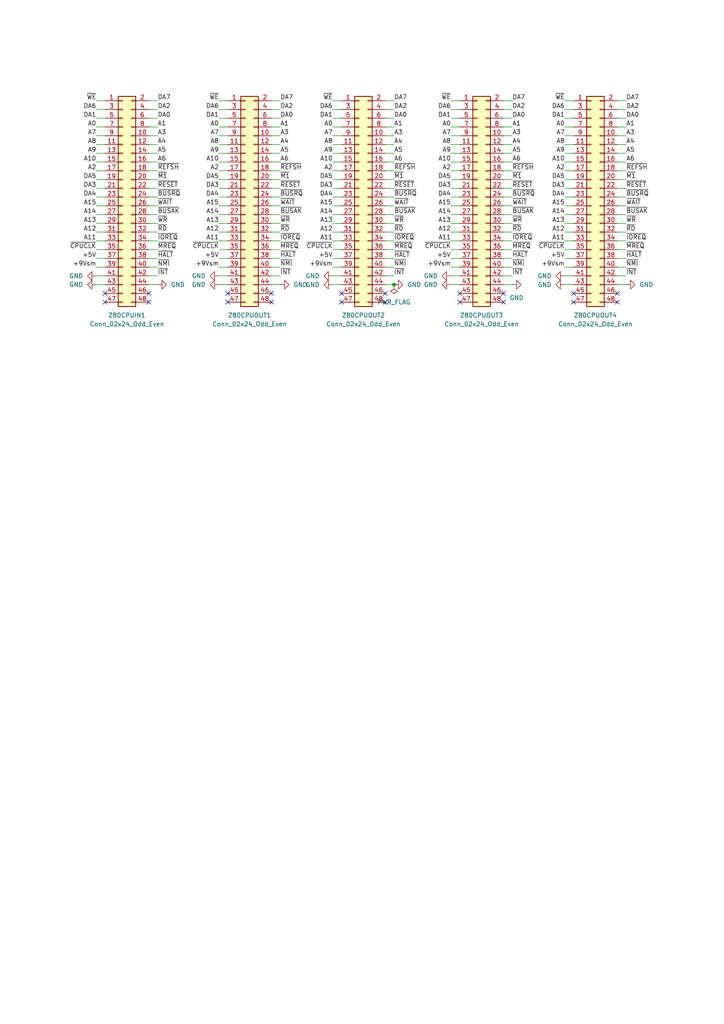
<source format=kicad_sch>
(kicad_sch (version 20211123) (generator eeschema)
  (paper "A4" portrait)
  (title_block (title "JupiterAceZ180") (date "2019-09-14") (rev "Alpha") (company "Ontobus") (comment 1 "John Bradley") (comment 2 "https://creativecommons.org/licenses/by-nc-sa/4.0/") (comment 3 "Attribution-NonCommercial-ShareAlike 4.0 International License.") (comment 4 "This work is licensed under a Creative Commons "))
  (lib_symbols
    (symbol "Connector_Generic:Conn_02x24_Odd_Even" (pin_names (offset 1.016) hide)
      (property "Reference" "J" (at 1.27 30.48 0))
      (property "Value" "Conn_02x24_Odd_Even" (at 1.27 -33.02 0))
      (symbol "Conn_02x24_Odd_Even_1_1"
        (rectangle (start -1.27 -30.353) (end 0 -30.607) (stroke (width 0.1524)))
        (rectangle (start -1.27 -27.813) (end 0 -28.067) (stroke (width 0.1524)))
        (rectangle (start -1.27 -25.273) (end 0 -25.527) (stroke (width 0.1524)))
        (rectangle (start -1.27 -22.733) (end 0 -22.987) (stroke (width 0.1524)))
        (rectangle (start -1.27 -20.193) (end 0 -20.447) (stroke (width 0.1524)))
        (rectangle (start -1.27 -17.653) (end 0 -17.907) (stroke (width 0.1524)))
        (rectangle (start -1.27 -15.113) (end 0 -15.367) (stroke (width 0.1524)))
        (rectangle (start -1.27 -12.573) (end 0 -12.827) (stroke (width 0.1524)))
        (rectangle (start -1.27 -10.033) (end 0 -10.287) (stroke (width 0.1524)))
        (rectangle (start -1.27 -7.493) (end 0 -7.747) (stroke (width 0.1524)))
        (rectangle (start -1.27 -4.953) (end 0 -5.207) (stroke (width 0.1524)))
        (rectangle (start -1.27 -2.413) (end 0 -2.667) (stroke (width 0.1524)))
        (rectangle (start -1.27 0.127) (end 0 -0.127) (stroke (width 0.1524)))
        (rectangle (start -1.27 2.667) (end 0 2.413) (stroke (width 0.1524)))
        (rectangle (start -1.27 5.207) (end 0 4.953) (stroke (width 0.1524)))
        (rectangle (start -1.27 7.747) (end 0 7.493) (stroke (width 0.1524)))
        (rectangle (start -1.27 10.287) (end 0 10.033) (stroke (width 0.1524)))
        (rectangle (start -1.27 12.827) (end 0 12.573) (stroke (width 0.1524)))
        (rectangle (start -1.27 15.367) (end 0 15.113) (stroke (width 0.1524)))
        (rectangle (start -1.27 17.907) (end 0 17.653) (stroke (width 0.1524)))
        (rectangle (start -1.27 20.447) (end 0 20.193) (stroke (width 0.1524)))
        (rectangle (start -1.27 22.987) (end 0 22.733) (stroke (width 0.1524)))
        (rectangle (start -1.27 25.527) (end 0 25.273) (stroke (width 0.1524)))
        (rectangle (start -1.27 28.067) (end 0 27.813) (stroke (width 0.1524)))
        (rectangle (start -1.27 29.21) (end 3.81 -31.75) (stroke (width 0.254)) (fill (type background)))
        (rectangle (start 3.81 -30.353) (end 2.54 -30.607) (stroke (width 0.1524)))
        (rectangle (start 3.81 -27.813) (end 2.54 -28.067) (stroke (width 0.1524)))
        (rectangle (start 3.81 -25.273) (end 2.54 -25.527) (stroke (width 0.1524)))
        (rectangle (start 3.81 -22.733) (end 2.54 -22.987) (stroke (width 0.1524)))
        (rectangle (start 3.81 -20.193) (end 2.54 -20.447) (stroke (width 0.1524)))
        (rectangle (start 3.81 -17.653) (end 2.54 -17.907) (stroke (width 0.1524)))
        (rectangle (start 3.81 -15.113) (end 2.54 -15.367) (stroke (width 0.1524)))
        (rectangle (start 3.81 -12.573) (end 2.54 -12.827) (stroke (width 0.1524)))
        (rectangle (start 3.81 -10.033) (end 2.54 -10.287) (stroke (width 0.1524)))
        (rectangle (start 3.81 -7.493) (end 2.54 -7.747) (stroke (width 0.1524)))
        (rectangle (start 3.81 -4.953) (end 2.54 -5.207) (stroke (width 0.1524)))
        (rectangle (start 3.81 -2.413) (end 2.54 -2.667) (stroke (width 0.1524)))
        (rectangle (start 3.81 0.127) (end 2.54 -0.127) (stroke (width 0.1524)))
        (rectangle (start 3.81 2.667) (end 2.54 2.413) (stroke (width 0.1524)))
        (rectangle (start 3.81 5.207) (end 2.54 4.953) (stroke (width 0.1524)))
        (rectangle (start 3.81 7.747) (end 2.54 7.493) (stroke (width 0.1524)))
        (rectangle (start 3.81 10.287) (end 2.54 10.033) (stroke (width 0.1524)))
        (rectangle (start 3.81 12.827) (end 2.54 12.573) (stroke (width 0.1524)))
        (rectangle (start 3.81 15.367) (end 2.54 15.113) (stroke (width 0.1524)))
        (rectangle (start 3.81 17.907) (end 2.54 17.653) (stroke (width 0.1524)))
        (rectangle (start 3.81 20.447) (end 2.54 20.193) (stroke (width 0.1524)))
        (rectangle (start 3.81 22.987) (end 2.54 22.733) (stroke (width 0.1524)))
        (rectangle (start 3.81 25.527) (end 2.54 25.273) (stroke (width 0.1524)))
        (rectangle (start 3.81 28.067) (end 2.54 27.813) (stroke (width 0.1524)))
        (pin passive line (at -5.08 27.94 0) (length 3.81) (name "Pin_1") (number "1"))
        (pin passive line (at 7.62 17.78 180) (length 3.81) (name "Pin_10") (number "10"))
        (pin passive line (at -5.08 15.24 0) (length 3.81) (name "Pin_11") (number "11"))
        (pin passive line (at 7.62 15.24 180) (length 3.81) (name "Pin_12") (number "12"))
        (pin passive line (at -5.08 12.7 0) (length 3.81) (name "Pin_13") (number "13"))
        (pin passive line (at 7.62 12.7 180) (length 3.81) (name "Pin_14") (number "14"))
        (pin passive line (at -5.08 10.16 0) (length 3.81) (name "Pin_15") (number "15"))
        (pin passive line (at 7.62 10.16 180) (length 3.81) (name "Pin_16") (number "16"))
        (pin passive line (at -5.08 7.62 0) (length 3.81) (name "Pin_17") (number "17"))
        (pin passive line (at 7.62 7.62 180) (length 3.81) (name "Pin_18") (number "18"))
        (pin passive line (at -5.08 5.08 0) (length 3.81) (name "Pin_19") (number "19"))
        (pin passive line (at 7.62 27.94 180) (length 3.81) (name "Pin_2") (number "2"))
        (pin passive line (at 7.62 5.08 180) (length 3.81) (name "Pin_20") (number "20"))
        (pin passive line (at -5.08 2.54 0) (length 3.81) (name "Pin_21") (number "21"))
        (pin passive line (at 7.62 2.54 180) (length 3.81) (name "Pin_22") (number "22"))
        (pin passive line (at -5.08 0 0) (length 3.81) (name "Pin_23") (number "23"))
        (pin passive line (at 7.62 0 180) (length 3.81) (name "Pin_24") (number "24"))
        (pin passive line (at -5.08 -2.54 0) (length 3.81) (name "Pin_25") (number "25"))
        (pin passive line (at 7.62 -2.54 180) (length 3.81) (name "Pin_26") (number "26"))
        (pin passive line (at -5.08 -5.08 0) (length 3.81) (name "Pin_27") (number "27"))
        (pin passive line (at 7.62 -5.08 180) (length 3.81) (name "Pin_28") (number "28"))
        (pin passive line (at -5.08 -7.62 0) (length 3.81) (name "Pin_29") (number "29"))
        (pin passive line (at -5.08 25.4 0) (length 3.81) (name "Pin_3") (number "3"))
        (pin passive line (at 7.62 -7.62 180) (length 3.81) (name "Pin_30") (number "30"))
        (pin passive line (at -5.08 -10.16 0) (length 3.81) (name "Pin_31") (number "31"))
        (pin passive line (at 7.62 -10.16 180) (length 3.81) (name "Pin_32") (number "32"))
        (pin passive line (at -5.08 -12.7 0) (length 3.81) (name "Pin_33") (number "33"))
        (pin passive line (at 7.62 -12.7 180) (length 3.81) (name "Pin_34") (number "34"))
        (pin passive line (at -5.08 -15.24 0) (length 3.81) (name "Pin_35") (number "35"))
        (pin passive line (at 7.62 -15.24 180) (length 3.81) (name "Pin_36") (number "36"))
        (pin passive line (at -5.08 -17.78 0) (length 3.81) (name "Pin_37") (number "37"))
        (pin passive line (at 7.62 -17.78 180) (length 3.81) (name "Pin_38") (number "38"))
        (pin passive line (at -5.08 -20.32 0) (length 3.81) (name "Pin_39") (number "39"))
        (pin passive line (at 7.62 25.4 180) (length 3.81) (name "Pin_4") (number "4"))
        (pin passive line (at 7.62 -20.32 180) (length 3.81) (name "Pin_40") (number "40"))
        (pin passive line (at -5.08 -22.86 0) (length 3.81) (name "Pin_41") (number "41"))
        (pin passive line (at 7.62 -22.86 180) (length 3.81) (name "Pin_42") (number "42"))
        (pin passive line (at -5.08 -25.4 0) (length 3.81) (name "Pin_43") (number "43"))
        (pin passive line (at 7.62 -25.4 180) (length 3.81) (name "Pin_44") (number "44"))
        (pin passive line (at -5.08 -27.94 0) (length 3.81) (name "Pin_45") (number "45"))
        (pin passive line (at 7.62 -27.94 180) (length 3.81) (name "Pin_46") (number "46"))
        (pin passive line (at -5.08 -30.48 0) (length 3.81) (name "Pin_47") (number "47"))
        (pin passive line (at 7.62 -30.48 180) (length 3.81) (name "Pin_48") (number "48"))
        (pin passive line (at -5.08 22.86 0) (length 3.81) (name "Pin_5") (number "5"))
        (pin passive line (at 7.62 22.86 180) (length 3.81) (name "Pin_6") (number "6"))
        (pin passive line (at -5.08 20.32 0) (length 3.81) (name "Pin_7") (number "7"))
        (pin passive line (at 7.62 20.32 180) (length 3.81) (name "Pin_8") (number "8"))
        (pin passive line (at -5.08 17.78 0) (length 3.81) (name "Pin_9") (number "9"))
      )
    )
    (symbol "power:GND" (power) (pin_names (offset 0))
      (property "Value" "GND" (at 0 -3.81 0))
      (symbol "GND_0_1"
        (polyline (pts (xy 0 0) (xy 0 -1.27) (xy 1.27 -1.27) (xy 0 -2.54) (xy -1.27 -1.27) (xy 0 -1.27)))
      )
      (symbol "GND_1_1"
        (pin power_in line (at 0 0 270) (length 0) hide (name "GND") (number "1"))
      )
    )
    (symbol "power:PWR_FLAG" (power) (pin_numbers hide) (pin_names (offset 0) hide)
      (property "Value" "PWR_FLAG" (at 0 3.81 0))
      (symbol "PWR_FLAG_0_0"
        (pin power_out line (at 0 0 90) (length 0) (name "pwr") (number "1"))
      )
      (symbol "PWR_FLAG_0_1"
        (polyline (pts (xy 0 0) (xy 0 1.27) (xy -1.016 1.905) (xy 0 2.54) (xy 1.016 1.905) (xy 0 1.27)))
      )
    )
  )
  (junction (at 114.3 82.55))
  (no_connect (at 111.76 85.09))
  (no_connect (at 66.04 87.63))
  (no_connect (at 166.37 87.63))
  (no_connect (at 146.05 85.09))
  (no_connect (at 133.35 85.09))
  (no_connect (at 179.07 85.09))
  (no_connect (at 43.18 85.09))
  (no_connect (at 78.74 87.63))
  (no_connect (at 111.76 87.63))
  (no_connect (at 78.74 85.09))
  (no_connect (at 43.18 87.63))
  (no_connect (at 133.35 87.63))
  (no_connect (at 179.07 87.63))
  (no_connect (at 99.06 85.09))
  (no_connect (at 146.05 87.63))
  (no_connect (at 66.04 85.09))
  (no_connect (at 99.06 87.63))
  (no_connect (at 166.37 85.09))
  (no_connect (at 30.48 85.09))
  (no_connect (at 30.48 87.63))
  (wire (pts (xy 66.04 57.15) (xy 63.5 57.15)))
  (wire (pts (xy 179.07 36.83) (xy 181.61 36.83)))
  (wire (pts (xy 133.35 74.93) (xy 130.81 74.93)))
  (wire (pts (xy 146.05 72.39) (xy 148.59 72.39)))
  (wire (pts (xy 166.37 52.07) (xy 163.83 52.07)))
  (wire (pts (xy 66.04 39.37) (xy 63.5 39.37)))
  (wire (pts (xy 66.04 72.39) (xy 63.5 72.39)))
  (wire (pts (xy 146.05 29.21) (xy 148.59 29.21)))
  (wire (pts (xy 30.48 57.15) (xy 27.94 57.15)))
  (wire (pts (xy 146.05 49.53) (xy 148.59 49.53)))
  (wire (pts (xy 179.07 64.77) (xy 181.61 64.77)))
  (wire (pts (xy 111.76 80.01) (xy 114.3 80.01)))
  (wire (pts (xy 99.06 36.83) (xy 96.52 36.83)))
  (wire (pts (xy 66.04 29.21) (xy 63.5 29.21)))
  (wire (pts (xy 43.18 72.39) (xy 45.72 72.39)))
  (wire (pts (xy 146.05 80.01) (xy 148.59 80.01)))
  (wire (pts (xy 99.06 77.47) (xy 96.52 77.47)))
  (wire (pts (xy 43.18 74.93) (xy 45.72 74.93)))
  (wire (pts (xy 43.18 67.31) (xy 45.72 67.31)))
  (wire (pts (xy 111.76 54.61) (xy 114.3 54.61)))
  (wire (pts (xy 30.48 39.37) (xy 27.94 39.37)))
  (wire (pts (xy 30.48 49.53) (xy 27.94 49.53)))
  (wire (pts (xy 30.48 62.23) (xy 27.94 62.23)))
  (wire (pts (xy 166.37 59.69) (xy 163.83 59.69)))
  (wire (pts (xy 99.06 67.31) (xy 96.52 67.31)))
  (wire (pts (xy 179.07 41.91) (xy 181.61 41.91)))
  (wire (pts (xy 179.07 52.07) (xy 181.61 52.07)))
  (wire (pts (xy 146.05 34.29) (xy 148.59 34.29)))
  (wire (pts (xy 179.07 54.61) (xy 181.61 54.61)))
  (wire (pts (xy 133.35 57.15) (xy 130.81 57.15)))
  (wire (pts (xy 66.04 54.61) (xy 63.5 54.61)))
  (wire (pts (xy 179.07 62.23) (xy 181.61 62.23)))
  (wire (pts (xy 66.04 31.75) (xy 63.5 31.75)))
  (wire (pts (xy 43.18 54.61) (xy 45.72 54.61)))
  (wire (pts (xy 166.37 44.45) (xy 163.83 44.45)))
  (wire (pts (xy 43.18 52.07) (xy 45.72 52.07)))
  (wire (pts (xy 78.74 59.69) (xy 81.28 59.69)))
  (wire (pts (xy 166.37 57.15) (xy 163.83 57.15)))
  (wire (pts (xy 99.06 34.29) (xy 96.52 34.29)))
  (wire (pts (xy 146.05 67.31) (xy 148.59 67.31)))
  (wire (pts (xy 30.48 72.39) (xy 27.94 72.39)))
  (wire (pts (xy 99.06 59.69) (xy 96.52 59.69)))
  (wire (pts (xy 43.18 29.21) (xy 45.72 29.21)))
  (wire (pts (xy 78.74 67.31) (xy 81.28 67.31)))
  (wire (pts (xy 179.07 74.93) (xy 181.61 74.93)))
  (wire (pts (xy 146.05 41.91) (xy 148.59 41.91)))
  (wire (pts (xy 78.74 46.99) (xy 81.28 46.99)))
  (wire (pts (xy 146.05 46.99) (xy 148.59 46.99)))
  (wire (pts (xy 99.06 72.39) (xy 96.52 72.39)))
  (wire (pts (xy 111.76 57.15) (xy 114.3 57.15)))
  (wire (pts (xy 133.35 41.91) (xy 130.81 41.91)))
  (wire (pts (xy 99.06 82.55) (xy 96.52 82.55)))
  (wire (pts (xy 111.76 67.31) (xy 114.3 67.31)))
  (wire (pts (xy 78.74 36.83) (xy 81.28 36.83)))
  (wire (pts (xy 111.76 62.23) (xy 114.3 62.23)))
  (wire (pts (xy 146.05 69.85) (xy 148.59 69.85)))
  (wire (pts (xy 99.06 74.93) (xy 96.52 74.93)))
  (wire (pts (xy 166.37 62.23) (xy 163.83 62.23)))
  (wire (pts (xy 30.48 29.21) (xy 27.94 29.21)))
  (wire (pts (xy 99.06 41.91) (xy 96.52 41.91)))
  (wire (pts (xy 99.06 31.75) (xy 96.52 31.75)))
  (wire (pts (xy 179.07 82.55) (xy 181.61 82.55)))
  (wire (pts (xy 111.76 41.91) (xy 114.3 41.91)))
  (wire (pts (xy 66.04 49.53) (xy 63.5 49.53)))
  (wire (pts (xy 179.07 59.69) (xy 181.61 59.69)))
  (wire (pts (xy 146.05 59.69) (xy 148.59 59.69)))
  (wire (pts (xy 179.07 57.15) (xy 181.61 57.15)))
  (wire (pts (xy 166.37 31.75) (xy 163.83 31.75)))
  (wire (pts (xy 99.06 29.21) (xy 96.52 29.21)))
  (wire (pts (xy 78.74 72.39) (xy 81.28 72.39)))
  (wire (pts (xy 179.07 39.37) (xy 181.61 39.37)))
  (wire (pts (xy 133.35 49.53) (xy 130.81 49.53)))
  (wire (pts (xy 111.76 31.75) (xy 114.3 31.75)))
  (wire (pts (xy 99.06 49.53) (xy 96.52 49.53)))
  (wire (pts (xy 133.35 54.61) (xy 130.81 54.61)))
  (wire (pts (xy 146.05 36.83) (xy 148.59 36.83)))
  (wire (pts (xy 43.18 46.99) (xy 45.72 46.99)))
  (wire (pts (xy 78.74 52.07) (xy 81.28 52.07)))
  (wire (pts (xy 166.37 49.53) (xy 163.83 49.53)))
  (wire (pts (xy 99.06 39.37) (xy 96.52 39.37)))
  (wire (pts (xy 146.05 57.15) (xy 148.59 57.15)))
  (wire (pts (xy 30.48 69.85) (xy 27.94 69.85)))
  (wire (pts (xy 99.06 57.15) (xy 96.52 57.15)))
  (wire (pts (xy 43.18 59.69) (xy 45.72 59.69)))
  (wire (pts (xy 146.05 82.55) (xy 148.59 82.55)))
  (wire (pts (xy 30.48 64.77) (xy 27.94 64.77)))
  (wire (pts (xy 133.35 67.31) (xy 130.81 67.31)))
  (wire (pts (xy 179.07 80.01) (xy 181.61 80.01)))
  (wire (pts (xy 43.18 80.01) (xy 45.72 80.01)))
  (wire (pts (xy 66.04 64.77) (xy 63.5 64.77)))
  (wire (pts (xy 146.05 31.75) (xy 148.59 31.75)))
  (wire (pts (xy 78.74 57.15) (xy 81.28 57.15)))
  (wire (pts (xy 179.07 31.75) (xy 181.61 31.75)))
  (wire (pts (xy 163.83 80.01) (xy 166.37 80.01)))
  (wire (pts (xy 78.74 39.37) (xy 81.28 39.37)))
  (wire (pts (xy 166.37 64.77) (xy 163.83 64.77)))
  (wire (pts (xy 81.28 77.47) (xy 78.74 77.47)))
  (wire (pts (xy 30.48 44.45) (xy 27.94 44.45)))
  (wire (pts (xy 133.35 36.83) (xy 130.81 36.83)))
  (wire (pts (xy 99.06 64.77) (xy 96.52 64.77)))
  (wire (pts (xy 30.48 34.29) (xy 27.94 34.29)))
  (wire (pts (xy 130.81 80.01) (xy 133.35 80.01)))
  (wire (pts (xy 96.52 80.01) (xy 99.06 80.01)))
  (wire (pts (xy 99.06 52.07) (xy 96.52 52.07)))
  (wire (pts (xy 99.06 44.45) (xy 96.52 44.45)))
  (wire (pts (xy 78.74 29.21) (xy 81.28 29.21)))
  (wire (pts (xy 78.74 69.85) (xy 81.28 69.85)))
  (wire (pts (xy 78.74 54.61) (xy 81.28 54.61)))
  (wire (pts (xy 133.35 46.99) (xy 130.81 46.99)))
  (wire (pts (xy 30.48 52.07) (xy 27.94 52.07)))
  (wire (pts (xy 133.35 64.77) (xy 130.81 64.77)))
  (wire (pts (xy 99.06 46.99) (xy 96.52 46.99)))
  (wire (pts (xy 111.76 39.37) (xy 114.3 39.37)))
  (wire (pts (xy 181.61 77.47) (xy 179.07 77.47)))
  (wire (pts (xy 133.35 34.29) (xy 130.81 34.29)))
  (wire (pts (xy 30.48 77.47) (xy 27.94 77.47)))
  (wire (pts (xy 66.04 77.47) (xy 63.5 77.47)))
  (wire (pts (xy 78.74 44.45) (xy 81.28 44.45)))
  (wire (pts (xy 179.07 49.53) (xy 181.61 49.53)))
  (wire (pts (xy 78.74 62.23) (xy 81.28 62.23)))
  (wire (pts (xy 43.18 41.91) (xy 45.72 41.91)))
  (wire (pts (xy 111.76 46.99) (xy 114.3 46.99)))
  (wire (pts (xy 78.74 41.91) (xy 81.28 41.91)))
  (wire (pts (xy 114.3 77.47) (xy 111.76 77.47)))
  (wire (pts (xy 146.05 74.93) (xy 148.59 74.93)))
  (wire (pts (xy 78.74 74.93) (xy 81.28 74.93)))
  (wire (pts (xy 146.05 52.07) (xy 148.59 52.07)))
  (wire (pts (xy 30.48 59.69) (xy 27.94 59.69)))
  (wire (pts (xy 43.18 69.85) (xy 45.72 69.85)))
  (wire (pts (xy 111.76 52.07) (xy 114.3 52.07)))
  (wire (pts (xy 66.04 82.55) (xy 63.5 82.55)))
  (wire (pts (xy 166.37 82.55) (xy 163.83 82.55)))
  (wire (pts (xy 99.06 54.61) (xy 96.52 54.61)))
  (wire (pts (xy 43.18 44.45) (xy 45.72 44.45)))
  (wire (pts (xy 99.06 69.85) (xy 96.52 69.85)))
  (wire (pts (xy 78.74 80.01) (xy 81.28 80.01)))
  (wire (pts (xy 179.07 44.45) (xy 181.61 44.45)))
  (wire (pts (xy 66.04 41.91) (xy 63.5 41.91)))
  (wire (pts (xy 146.05 64.77) (xy 148.59 64.77)))
  (wire (pts (xy 179.07 69.85) (xy 181.61 69.85)))
  (wire (pts (xy 146.05 39.37) (xy 148.59 39.37)))
  (wire (pts (xy 166.37 41.91) (xy 163.83 41.91)))
  (wire (pts (xy 166.37 74.93) (xy 163.83 74.93)))
  (wire (pts (xy 30.48 82.55) (xy 27.94 82.55)))
  (wire (pts (xy 66.04 44.45) (xy 63.5 44.45)))
  (wire (pts (xy 43.18 64.77) (xy 45.72 64.77)))
  (wire (pts (xy 66.04 69.85) (xy 63.5 69.85)))
  (wire (pts (xy 166.37 34.29) (xy 163.83 34.29)))
  (wire (pts (xy 146.05 62.23) (xy 148.59 62.23)))
  (wire (pts (xy 111.76 44.45) (xy 114.3 44.45)))
  (wire (pts (xy 111.76 69.85) (xy 114.3 69.85)))
  (wire (pts (xy 166.37 77.47) (xy 163.83 77.47)))
  (wire (pts (xy 166.37 29.21) (xy 163.83 29.21)))
  (wire (pts (xy 111.76 34.29) (xy 114.3 34.29)))
  (wire (pts (xy 45.72 77.47) (xy 43.18 77.47)))
  (wire (pts (xy 78.74 49.53) (xy 81.28 49.53)))
  (wire (pts (xy 43.18 36.83) (xy 45.72 36.83)))
  (wire (pts (xy 78.74 34.29) (xy 81.28 34.29)))
  (wire (pts (xy 166.37 67.31) (xy 163.83 67.31)))
  (wire (pts (xy 166.37 72.39) (xy 163.83 72.39)))
  (wire (pts (xy 166.37 54.61) (xy 163.83 54.61)))
  (wire (pts (xy 66.04 34.29) (xy 63.5 34.29)))
  (wire (pts (xy 111.76 59.69) (xy 114.3 59.69)))
  (wire (pts (xy 146.05 54.61) (xy 148.59 54.61)))
  (wire (pts (xy 133.35 62.23) (xy 130.81 62.23)))
  (wire (pts (xy 111.76 64.77) (xy 114.3 64.77)))
  (wire (pts (xy 30.48 31.75) (xy 27.94 31.75)))
  (wire (pts (xy 111.76 72.39) (xy 114.3 72.39)))
  (wire (pts (xy 66.04 62.23) (xy 63.5 62.23)))
  (wire (pts (xy 78.74 64.77) (xy 81.28 64.77)))
  (wire (pts (xy 43.18 34.29) (xy 45.72 34.29)))
  (wire (pts (xy 133.35 39.37) (xy 130.81 39.37)))
  (wire (pts (xy 63.5 80.01) (xy 66.04 80.01)))
  (wire (pts (xy 179.07 34.29) (xy 181.61 34.29)))
  (wire (pts (xy 30.48 54.61) (xy 27.94 54.61)))
  (wire (pts (xy 111.76 29.21) (xy 114.3 29.21)))
  (wire (pts (xy 111.76 36.83) (xy 114.3 36.83)))
  (wire (pts (xy 148.59 77.47) (xy 146.05 77.47)))
  (wire (pts (xy 66.04 74.93) (xy 63.5 74.93)))
  (wire (pts (xy 43.18 57.15) (xy 45.72 57.15)))
  (wire (pts (xy 179.07 46.99) (xy 181.61 46.99)))
  (wire (pts (xy 30.48 46.99) (xy 27.94 46.99)))
  (wire (pts (xy 133.35 69.85) (xy 130.81 69.85)))
  (wire (pts (xy 179.07 72.39) (xy 181.61 72.39)))
  (wire (pts (xy 166.37 46.99) (xy 163.83 46.99)))
  (wire (pts (xy 66.04 52.07) (xy 63.5 52.07)))
  (wire (pts (xy 43.18 49.53) (xy 45.72 49.53)))
  (wire (pts (xy 166.37 69.85) (xy 163.83 69.85)))
  (wire (pts (xy 43.18 82.55) (xy 45.72 82.55)))
  (wire (pts (xy 43.18 39.37) (xy 45.72 39.37)))
  (wire (pts (xy 133.35 72.39) (xy 130.81 72.39)))
  (wire (pts (xy 111.76 74.93) (xy 114.3 74.93)))
  (wire (pts (xy 133.35 52.07) (xy 130.81 52.07)))
  (wire (pts (xy 27.94 80.01) (xy 30.48 80.01)))
  (wire (pts (xy 78.74 31.75) (xy 81.28 31.75)))
  (wire (pts (xy 30.48 41.91) (xy 27.94 41.91)))
  (wire (pts (xy 30.48 67.31) (xy 27.94 67.31)))
  (wire (pts (xy 30.48 74.93) (xy 27.94 74.93)))
  (wire (pts (xy 66.04 67.31) (xy 63.5 67.31)))
  (wire (pts (xy 111.76 82.55) (xy 114.3 82.55)))
  (wire (pts (xy 133.35 82.55) (xy 130.81 82.55)))
  (wire (pts (xy 30.48 36.83) (xy 27.94 36.83)))
  (wire (pts (xy 43.18 31.75) (xy 45.72 31.75)))
  (wire (pts (xy 66.04 59.69) (xy 63.5 59.69)))
  (wire (pts (xy 133.35 31.75) (xy 130.81 31.75)))
  (wire (pts (xy 179.07 67.31) (xy 181.61 67.31)))
  (wire (pts (xy 43.18 62.23) (xy 45.72 62.23)))
  (wire (pts (xy 133.35 77.47) (xy 130.81 77.47)))
  (wire (pts (xy 78.74 82.55) (xy 81.28 82.55)))
  (wire (pts (xy 133.35 44.45) (xy 130.81 44.45)))
  (wire (pts (xy 146.05 44.45) (xy 148.59 44.45)))
  (wire (pts (xy 111.76 49.53) (xy 114.3 49.53)))
  (wire (pts (xy 66.04 36.83) (xy 63.5 36.83)))
  (wire (pts (xy 133.35 29.21) (xy 130.81 29.21)))
  (wire (pts (xy 99.06 62.23) (xy 96.52 62.23)))
  (wire (pts (xy 133.35 59.69) (xy 130.81 59.69)))
  (wire (pts (xy 166.37 36.83) (xy 163.83 36.83)))
  (wire (pts (xy 166.37 39.37) (xy 163.83 39.37)))
  (wire (pts (xy 66.04 46.99) (xy 63.5 46.99)))
  (wire (pts (xy 179.07 29.21) (xy 181.61 29.21)))
  (label "DA3" (at 163.83 54.61 180))
  (label "~{BUSRQ}" (at 148.59 57.15 0))
  (label "A5" (at 148.59 44.45 0))
  (label "~{INT}" (at 148.59 80.01 0))
  (label "~{WE}" (at 130.81 29.21 180))
  (label "DA3" (at 63.5 54.61 180))
  (label "~{CPUCLK}" (at 63.5 72.39 180))
  (label "DA7" (at 45.72 29.21 0))
  (label "+5V" (at 27.94 74.93 180))
  (label "~{RESET}" (at 148.59 54.61 0))
  (label "A7" (at 163.83 39.37 180))
  (label "A3" (at 81.28 39.37 0))
  (label "DA4" (at 63.5 57.15 180))
  (label "A9" (at 63.5 44.45 180))
  (label "A2" (at 130.81 49.53 180))
  (label "DA2" (at 81.28 31.75 0))
  (label "~{HALT}" (at 81.28 74.93 0))
  (label "~{IOREQ}" (at 181.61 69.85 0))
  (label "~{INT}" (at 114.3 80.01 0))
  (label "~{IOREQ}" (at 45.72 69.85 0))
  (label "~{WAIT}" (at 181.61 59.69 0))
  (label "~{RD}" (at 114.3 67.31 0))
  (label "~{NMI}" (at 45.72 77.47 0))
  (label "A11" (at 130.81 69.85 180))
  (label "A4" (at 114.3 41.91 0))
  (label "A8" (at 63.5 41.91 180))
  (label "~{RD}" (at 81.28 67.31 0))
  (label "DA6" (at 27.94 31.75 180))
  (label "A7" (at 27.94 39.37 180))
  (label "DA1" (at 96.52 34.29 180))
  (label "A1" (at 148.59 36.83 0))
  (label "~{INT}" (at 81.28 80.01 0))
  (label "A14" (at 63.5 62.23 180))
  (label "+9Vsm" (at 130.81 77.47 180))
  (label "A3" (at 114.3 39.37 0))
  (label "DA7" (at 181.61 29.21 0))
  (label "~{BUSAK}" (at 45.72 62.23 0))
  (label "A11" (at 96.52 69.85 180))
  (label "DA4" (at 130.81 57.15 180))
  (label "A11" (at 163.83 69.85 180))
  (label "~{CPUCLK}" (at 130.81 72.39 180))
  (label "~{HALT}" (at 45.72 74.93 0))
  (label "~{RD}" (at 148.59 67.31 0))
  (label "DA0" (at 45.72 34.29 0))
  (label "A5" (at 81.28 44.45 0))
  (label "~{HALT}" (at 181.61 74.93 0))
  (label "DA2" (at 45.72 31.75 0))
  (label "~{NMI}" (at 148.59 77.47 0))
  (label "DA7" (at 148.59 29.21 0))
  (label "~{WR}" (at 181.61 64.77 0))
  (label "~{NMI}" (at 114.3 77.47 0))
  (label "~{RD}" (at 181.61 67.31 0))
  (label "A13" (at 63.5 64.77 180))
  (label "A6" (at 45.72 46.99 0))
  (label "A14" (at 96.52 62.23 180))
  (label "~{RESET}" (at 81.28 54.61 0))
  (label "~{WR}" (at 45.72 64.77 0))
  (label "~{RD}" (at 45.72 67.31 0))
  (label "~{BUSRQ}" (at 45.72 57.15 0))
  (label "A15" (at 163.83 59.69 180))
  (label "~{NMI}" (at 181.61 77.47 0))
  (label "DA4" (at 27.94 57.15 180))
  (label "A1" (at 45.72 36.83 0))
  (label "~{HALT}" (at 148.59 74.93 0))
  (label "~{WR}" (at 114.3 64.77 0))
  (label "A7" (at 96.52 39.37 180))
  (label "DA4" (at 96.52 57.15 180))
  (label "A7" (at 130.81 39.37 180))
  (label "DA1" (at 163.83 34.29 180))
  (label "~{WE}" (at 163.83 29.21 180))
  (label "A12" (at 96.52 67.31 180))
  (label "A4" (at 81.28 41.91 0))
  (label "DA5" (at 63.5 52.07 180))
  (label "A1" (at 114.3 36.83 0))
  (label "A0" (at 96.52 36.83 180))
  (label "A1" (at 81.28 36.83 0))
  (label "A9" (at 96.52 44.45 180))
  (label "~{M1}" (at 81.28 52.07 0))
  (label "A2" (at 27.94 49.53 180))
  (label "DA7" (at 81.28 29.21 0))
  (label "A13" (at 27.94 64.77 180))
  (label "A11" (at 27.94 69.85 180))
  (label "~{MREQ}" (at 45.72 72.39 0))
  (label "A8" (at 96.52 41.91 180))
  (label "~{WE}" (at 96.52 29.21 180))
  (label "DA0" (at 181.61 34.29 0))
  (label "A0" (at 163.83 36.83 180))
  (label "A8" (at 130.81 41.91 180))
  (label "A12" (at 130.81 67.31 180))
  (label "A3" (at 45.72 39.37 0))
  (label "A8" (at 163.83 41.91 180))
  (label "~{MREQ}" (at 114.3 72.39 0))
  (label "+9Vsm" (at 27.94 77.47 180))
  (label "DA6" (at 163.83 31.75 180))
  (label "~{REFSH}" (at 181.61 49.53 0))
  (label "A15" (at 27.94 59.69 180))
  (label "A0" (at 130.81 36.83 180))
  (label "A14" (at 163.83 62.23 180))
  (label "A5" (at 45.72 44.45 0))
  (label "A4" (at 45.72 41.91 0))
  (label "DA4" (at 163.83 57.15 180))
  (label "+9Vsm" (at 96.52 77.47 180))
  (label "~{WAIT}" (at 114.3 59.69 0))
  (label "A15" (at 63.5 59.69 180))
  (label "~{CPUCLK}" (at 27.94 72.39 180))
  (label "DA1" (at 27.94 34.29 180))
  (label "DA2" (at 181.61 31.75 0))
  (label "A6" (at 181.61 46.99 0))
  (label "A5" (at 114.3 44.45 0))
  (label "A15" (at 96.52 59.69 180))
  (label "A5" (at 181.61 44.45 0))
  (label "A14" (at 130.81 62.23 180))
  (label "A10" (at 130.81 46.99 180))
  (label "DA0" (at 81.28 34.29 0))
  (label "~{MREQ}" (at 81.28 72.39 0))
  (label "~{IOREQ}" (at 81.28 69.85 0))
  (label "~{M1}" (at 181.61 52.07 0))
  (label "DA0" (at 148.59 34.29 0))
  (label "A2" (at 163.83 49.53 180))
  (label "DA6" (at 63.5 31.75 180))
  (label "~{WE}" (at 63.5 29.21 180))
  (label "A0" (at 27.94 36.83 180))
  (label "~{WAIT}" (at 148.59 59.69 0))
  (label "A13" (at 163.83 64.77 180))
  (label "DA3" (at 27.94 54.61 180))
  (label "A0" (at 63.5 36.83 180))
  (label "DA1" (at 130.81 34.29 180))
  (label "+9Vsm" (at 63.5 77.47 180))
  (label "~{M1}" (at 45.72 52.07 0))
  (label "~{WE}" (at 27.94 29.21 180))
  (label "~{WAIT}" (at 81.28 59.69 0))
  (label "DA5" (at 27.94 52.07 180))
  (label "DA6" (at 130.81 31.75 180))
  (label "A6" (at 148.59 46.99 0))
  (label "A13" (at 130.81 64.77 180))
  (label "DA5" (at 96.52 52.07 180))
  (label "+5V" (at 163.83 74.93 180))
  (label "A4" (at 181.61 41.91 0))
  (label "+5V" (at 130.81 74.93 180))
  (label "~{WR}" (at 81.28 64.77 0))
  (label "+9Vsm" (at 163.83 77.47 180))
  (label "~{BUSRQ}" (at 81.28 57.15 0))
  (label "~{M1}" (at 148.59 52.07 0))
  (label "DA6" (at 96.52 31.75 180))
  (label "DA3" (at 130.81 54.61 180))
  (label "A12" (at 63.5 67.31 180))
  (label "A12" (at 27.94 67.31 180))
  (label "~{REFSH}" (at 81.28 49.53 0))
  (label "~{INT}" (at 45.72 80.01 0))
  (label "A1" (at 181.61 36.83 0))
  (label "~{IOREQ}" (at 148.59 69.85 0))
  (label "A10" (at 27.94 46.99 180))
  (label "A10" (at 63.5 46.99 180))
  (label "DA3" (at 96.52 54.61 180))
  (label "DA0" (at 114.3 34.29 0))
  (label "~{HALT}" (at 114.3 74.93 0))
  (label "+5V" (at 96.52 74.93 180))
  (label "~{RESET}" (at 181.61 54.61 0))
  (label "~{RESET}" (at 45.72 54.61 0))
  (label "A9" (at 163.83 44.45 180))
  (label "+5V" (at 63.5 74.93 180))
  (label "~{MREQ}" (at 148.59 72.39 0))
  (label "A8" (at 27.94 41.91 180))
  (label "A6" (at 81.28 46.99 0))
  (label "A2" (at 96.52 49.53 180))
  (label "~{RESET}" (at 114.3 54.61 0))
  (label "~{REFSH}" (at 114.3 49.53 0))
  (label "~{WAIT}" (at 45.72 59.69 0))
  (label "~{BUSRQ}" (at 181.61 57.15 0))
  (label "~{INT}" (at 181.61 80.01 0))
  (label "A11" (at 63.5 69.85 180))
  (label "A4" (at 148.59 41.91 0))
  (label "A3" (at 148.59 39.37 0))
  (label "A15" (at 130.81 59.69 180))
  (label "A2" (at 63.5 49.53 180))
  (label "~{BUSRQ}" (at 114.3 57.15 0))
  (label "A10" (at 96.52 46.99 180))
  (label "~{IOREQ}" (at 114.3 69.85 0))
  (label "DA5" (at 130.81 52.07 180))
  (label "A14" (at 27.94 62.23 180))
  (label "~{WR}" (at 148.59 64.77 0))
  (label "A6" (at 114.3 46.99 0))
  (label "DA2" (at 114.3 31.75 0))
  (label "A9" (at 27.94 44.45 180))
  (label "~{CPUCLK}" (at 96.52 72.39 180))
  (label "A3" (at 181.61 39.37 0))
  (label "~{CPUCLK}" (at 163.83 72.39 180))
  (label "~{BUSAK}" (at 148.59 62.23 0))
  (label "DA7" (at 114.3 29.21 0))
  (label "DA2" (at 148.59 31.75 0))
  (label "A10" (at 163.83 46.99 180))
  (label "~{BUSAK}" (at 181.61 62.23 0))
  (label "~{M1}" (at 114.3 52.07 0))
  (label "A12" (at 163.83 67.31 180))
  (label "~{BUSAK}" (at 114.3 62.23 0))
  (label "A7" (at 63.5 39.37 180))
  (label "~{NMI}" (at 81.28 77.47 0))
  (label "DA1" (at 63.5 34.29 180))
  (label "~{REFSH}" (at 148.59 49.53 0))
  (label "DA5" (at 163.83 52.07 180))
  (label "A13" (at 96.52 64.77 180))
  (label "~{REFSH}" (at 45.72 49.53 0))
  (label "~{BUSAK}" (at 81.28 62.23 0))
  (label "A9" (at 130.81 44.45 180))
  (label "~{MREQ}" (at 181.61 72.39 0))
  (symbol (lib_id "power:PWR_FLAG") (at 114.3 82.55 180) (unit 1)
    (property "Reference" "#FLG0101" (effects hide))
    (property "Value" "PWR_FLAG" (at 114.3 87.63 0))
  )
  (symbol (lib_id "Connector_Generic:Conn_02x24_Odd_Even") (at 71.12 57.15 0) (unit 1)
    (property "Reference" "Z80CPUOUT1" (at 72.39 91.44 0))
    (property "Value" "Conn_02x24_Odd_Even" (at 72.39 93.98 0))
    (property "Footprint" "Connector_PinHeader_2.54mm:PinHeader_2x24_P2.54mm_Vertical" (effects hide))
  )
  (symbol (lib_id "power:GND") (at 63.5 80.01 270) (unit 1)
    (property "Reference" "#0101" (effects hide))
    (property "Value" "GND" (at 59.69 80.0099 90) (effects (justify right)))
  )
  (symbol (lib_id "power:GND") (at 63.5 82.55 270) (unit 1)
    (property "Reference" "#0102" (effects hide))
    (property "Value" "GND" (at 59.69 82.5499 90) (effects (justify right)))
  )
  (symbol (lib_id "power:GND") (at 81.28 82.55 90) (unit 1)
    (property "Reference" "#0103" (effects hide))
    (property "Value" "GND" (at 85.09 82.5499 90) (effects (justify right)))
  )
  (symbol (lib_id "Connector_Generic:Conn_02x24_Odd_Even") (at 104.14 57.15 0) (unit 1)
    (property "Reference" "Z80CPUOUT2" (at 105.41 91.44 0))
    (property "Value" "Conn_02x24_Odd_Even" (at 105.41 93.98 0))
    (property "Footprint" "Connector_PinHeader_2.54mm:PinHeader_2x24_P2.54mm_Vertical" (effects hide))
  )
  (symbol (lib_id "power:GND") (at 96.52 80.01 270) (unit 1)
    (property "Reference" "#0104" (effects hide))
    (property "Value" "GND" (at 92.71 80.0099 90) (effects (justify right)))
  )
  (symbol (lib_id "power:GND") (at 96.52 82.55 270) (unit 1)
    (property "Reference" "#0105" (effects hide))
    (property "Value" "GND" (at 92.71 82.5499 90) (effects (justify right)))
  )
  (symbol (lib_id "power:GND") (at 114.3 82.55 90) (unit 1)
    (property "Reference" "#0106" (effects hide))
    (property "Value" "GND" (at 118.11 82.5499 90) (effects (justify right)))
  )
  (symbol (lib_id "Connector_Generic:Conn_02x24_Odd_Even") (at 138.43 57.15 0) (unit 1)
    (property "Reference" "Z80CPUOUT3" (at 139.7 91.44 0))
    (property "Value" "Conn_02x24_Odd_Even" (at 139.7 93.98 0))
    (property "Footprint" "Connector_PinHeader_2.54mm:PinHeader_2x24_P2.54mm_Vertical" (effects hide))
  )
  (symbol (lib_id "power:GND") (at 130.81 80.01 270) (unit 1)
    (property "Reference" "#0107" (effects hide))
    (property "Value" "GND" (at 127 80.0099 90) (effects (justify right)))
  )
  (symbol (lib_id "power:GND") (at 130.81 82.55 270) (unit 1)
    (property "Reference" "#0108" (effects hide))
    (property "Value" "GND" (at 127 82.5499 90) (effects (justify right)))
  )
  (symbol (lib_id "power:GND") (at 148.59 82.55 90) (unit 1)
    (property "Reference" "#0109" (effects hide))
    (property "Value" "GND" (at 149.86 86.36 90))
  )
  (symbol (lib_id "Connector_Generic:Conn_02x24_Odd_Even") (at 171.45 57.15 0) (unit 1)
    (property "Reference" "Z80CPUOUT4" (at 172.72 91.44 0))
    (property "Value" "Conn_02x24_Odd_Even" (at 172.72 93.98 0))
    (property "Footprint" "Connector_PinHeader_2.54mm:PinHeader_2x24_P2.54mm_Vertical" (effects hide))
  )
  (symbol (lib_id "power:GND") (at 163.83 80.01 270) (unit 1)
    (property "Reference" "#0110" (effects hide))
    (property "Value" "GND" (at 160.02 80.0099 90) (effects (justify right)))
  )
  (symbol (lib_id "power:GND") (at 163.83 82.55 270) (unit 1)
    (property "Reference" "#0111" (effects hide))
    (property "Value" "GND" (at 160.02 82.5499 90) (effects (justify right)))
  )
  (symbol (lib_id "power:GND") (at 181.61 82.55 90) (unit 1)
    (property "Reference" "#0112" (effects hide))
    (property "Value" "GND" (at 185.42 82.5499 90) (effects (justify right)))
  )
  (symbol (lib_id "power:GND") (at 27.94 80.01 270) (unit 1)
    (property "Reference" "#~~~PWR0115" (effects hide))
    (property "Value" "GND" (at 24.13 80.0099 90) (effects (justify right)))
  )
  (symbol (lib_id "power:GND") (at 27.94 82.55 270) (unit 1)
    (property "Reference" "#~~~PWR0116" (effects hide))
    (property "Value" "GND" (at 24.13 82.5499 90) (effects (justify right)))
  )
  (symbol (lib_id "power:GND") (at 45.72 82.55 90) (unit 1)
    (property "Reference" "#~~~PWR0117" (effects hide))
    (property "Value" "GND" (at 49.53 82.5499 90) (effects (justify right)))
  )
  (symbol (lib_id "Connector_Generic:Conn_02x24_Odd_Even") (at 35.56 57.15 0) (unit 1)
    (property "Reference" "Z80CPUIN1" (at 36.83 91.44 0))
    (property "Value" "Conn_02x24_Odd_Even" (at 36.83 93.98 0))
    (property "Footprint" "Connector_PinSocket_2.54mm:PinSocket_2x24_P2.54mm_Horizontal" (effects hide))
  )
)
</source>
